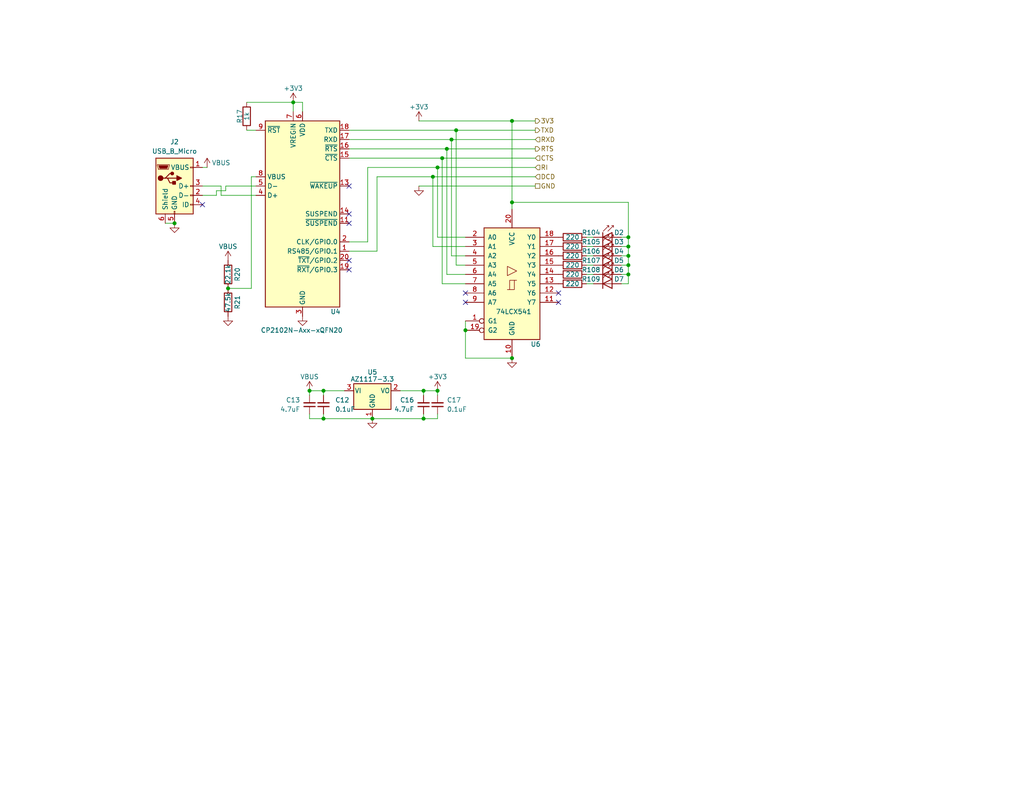
<source format=kicad_sch>
(kicad_sch (version 20230121) (generator eeschema)
  (paper "USLetter")
  (title_block (title "SkyFax") (date "2023-09-12") (rev "4.1") (company "Brian Hong") (comment 1 "@im_eningeer"))
  (lib_symbols
    (symbol "Connector:USB_B_Micro" (pin_names (offset 1.016))
      (property "Reference" "J" (at -5.08 11.43 0))
      (property "Value" "USB_B_Micro" (at -5.08 8.89 0))
      (symbol "USB_B_Micro_0_1"
        (rectangle (start -5.08 -7.62) (end 5.08 7.62) (stroke (width 0.254)) (fill (type background)))
        (circle (center -3.81 2.159) (radius 0.635) (stroke (width 0.254)) (fill (type outline)))
        (circle (center -0.635 3.429) (radius 0.381) (stroke (width 0.254)) (fill (type outline)))
        (rectangle (start -0.127 -7.62) (end 0.127 -6.858))
        (polyline (pts (xy -1.905 2.159) (xy 0.635 2.159)) (stroke (width 0.254)))
        (polyline (pts (xy -3.175 2.159) (xy -2.54 2.159) (xy -1.27 3.429) (xy -0.635 3.429)) (stroke (width 0.254)))
        (polyline (pts (xy -2.54 2.159) (xy -1.905 2.159) (xy -1.27 0.889) (xy 0 0.889)) (stroke (width 0.254)))
        (polyline (pts (xy 0.635 2.794) (xy 0.635 1.524) (xy 1.905 2.159) (xy 0.635 2.794)) (stroke (width 0.254)) (fill (type outline)))
        (polyline (pts (xy -4.318 5.588) (xy -1.778 5.588) (xy -2.032 4.826) (xy -4.064 4.826) (xy -4.318 5.588)) (fill (type outline)))
        (polyline (pts (xy -4.699 5.842) (xy -4.699 5.588) (xy -4.445 4.826) (xy -4.445 4.572) (xy -1.651 4.572) (xy -1.651 4.826) (xy -1.397 5.588) (xy -1.397 5.842) (xy -4.699 5.842)))
        (rectangle (start 0.254 1.27) (end -0.508 0.508) (stroke (width 0.254)) (fill (type outline)))
        (rectangle (start 5.08 -5.207) (end 4.318 -4.953))
        (rectangle (start 5.08 -2.667) (end 4.318 -2.413))
        (rectangle (start 5.08 -0.127) (end 4.318 0.127))
        (rectangle (start 5.08 4.953) (end 4.318 5.207))
      )
      (symbol "USB_B_Micro_1_1"
        (pin power_out line (at 7.62 5.08 180) (length 2.54) (name "VBUS") (number "1"))
        (pin bidirectional line (at 7.62 -2.54 180) (length 2.54) (name "D-") (number "2"))
        (pin bidirectional line (at 7.62 0 180) (length 2.54) (name "D+") (number "3"))
        (pin passive line (at 7.62 -5.08 180) (length 2.54) (name "ID") (number "4"))
        (pin power_out line (at 0 -10.16 90) (length 2.54) (name "GND") (number "5"))
        (pin passive line (at -2.54 -10.16 90) (length 2.54) (name "Shield") (number "6"))
      )
    )
    (symbol "Custom:LED_Generic" (pin_numbers hide) (pin_names (offset 1.016) hide)
      (property "Reference" "D" (at 0.508 1.778 0))
      (property "Value" "LED" (at -1.016 -2.794 0))
      (symbol "LED_Generic_0_1"
        (polyline (pts (xy -2.54 1.27) (xy -2.54 -1.27)) (stroke (width 0.254)))
        (polyline (pts (xy 0 0) (xy -2.54 0)))
        (polyline (pts (xy 0.381 3.175) (xy -0.127 3.175)))
        (polyline (pts (xy -1.143 1.651) (xy 0.381 3.175) (xy 0.381 2.667)))
        (polyline (pts (xy 0 -1.27) (xy -2.54 0) (xy 0 1.27) (xy 0 -1.27)) (stroke (width 0.254)))
        (polyline (pts (xy -2.413 1.651) (xy -0.889 3.175) (xy -0.889 2.667) (xy -0.889 3.175) (xy -1.397 3.175)))
      )
      (symbol "LED_Generic_1_1"
        (pin passive line (at -5.08 0 0) (length 2.54) (name "K") (number "1"))
        (pin passive line (at 2.54 0 180) (length 2.54) (name "A") (number "2"))
      )
    )
    (symbol "Device:C_Small" (pin_numbers hide) (pin_names (offset 0.254) hide)
      (property "Reference" "C" (at 0.254 1.778 0))
      (property "Value" "C_Small" (at 0.254 -2.032 0))
      (symbol "C_Small_0_1"
        (polyline (pts (xy -1.524 -0.508) (xy 1.524 -0.508)) (stroke (width 0.3302)))
        (polyline (pts (xy -1.524 0.508) (xy 1.524 0.508)) (stroke (width 0.3048)))
      )
      (symbol "C_Small_1_1"
        (pin passive line (at 0 2.54 270) (length 2.032) (name "~") (number "1"))
        (pin passive line (at 0 -2.54 90) (length 2.032) (name "~") (number "2"))
      )
    )
    (symbol "Device:R" (pin_numbers hide) (pin_names (offset 0))
      (property "Reference" "R" (at 2.032 0 90))
      (property "Value" "R" (at 0 0 90))
      (symbol "R_0_1"
        (rectangle (start -1.016 -2.54) (end 1.016 2.54) (stroke (width 0.254)))
      )
      (symbol "R_1_1"
        (pin passive line (at 0 3.81 270) (length 1.27) (name "~") (number "1"))
        (pin passive line (at 0 -3.81 90) (length 1.27) (name "~") (number "2"))
      )
    )
    (symbol "Interface_USB:CP2102N-Axx-xQFN20"
      (property "Reference" "U" (at -8.89 26.67 0))
      (property "Value" "CP2102N-Axx-xQFN20" (at 12.7 26.67 0))
      (symbol "CP2102N-Axx-xQFN20_0_1"
        (rectangle (start -10.16 25.4) (end 10.16 -25.4) (stroke (width 0.254)) (fill (type background)))
      )
      (symbol "CP2102N-Axx-xQFN20_1_1"
        (pin bidirectional line (at 12.7 -10.16 180) (length 2.54) (name "RS485/GPIO.1") (number "1"))
        (pin no_connect line (at -10.16 -22.86 0) (length 2.54) hide (name "NC") (number "10"))
        (pin output line (at 12.7 -2.54 180) (length 2.54) (name "~{SUSPEND}") (number "11"))
        (pin passive line (at 0 -27.94 90) (length 2.54) hide (name "GND") (number "12"))
        (pin input line (at 12.7 7.62 180) (length 2.54) (name "~{WAKEUP}") (number "13"))
        (pin output line (at 12.7 0 180) (length 2.54) (name "SUSPEND") (number "14"))
        (pin input line (at 12.7 15.24 180) (length 2.54) (name "~{CTS}") (number "15"))
        (pin output line (at 12.7 17.78 180) (length 2.54) (name "~{RTS}") (number "16"))
        (pin input line (at 12.7 20.32 180) (length 2.54) (name "RXD") (number "17"))
        (pin output line (at 12.7 22.86 180) (length 2.54) (name "TXD") (number "18"))
        (pin bidirectional line (at 12.7 -15.24 180) (length 2.54) (name "~{RXT}/GPIO.3") (number "19"))
        (pin bidirectional line (at 12.7 -7.62 180) (length 2.54) (name "CLK/GPIO.0") (number "2"))
        (pin bidirectional line (at 12.7 -12.7 180) (length 2.54) (name "~{TXT}/GPIO.2") (number "20"))
        (pin passive line (at 0 -27.94 90) (length 2.54) hide (name "GND") (number "21"))
        (pin power_in line (at 0 -27.94 90) (length 2.54) (name "GND") (number "3"))
        (pin bidirectional line (at -12.7 5.08 0) (length 2.54) (name "D+") (number "4"))
        (pin bidirectional line (at -12.7 7.62 0) (length 2.54) (name "D-") (number "5"))
        (pin power_in line (at 0 27.94 270) (length 2.54) (name "VDD") (number "6"))
        (pin power_in line (at -2.54 27.94 270) (length 2.54) (name "VREGIN") (number "7"))
        (pin input line (at -12.7 10.16 0) (length 2.54) (name "VBUS") (number "8"))
        (pin input line (at -12.7 22.86 0) (length 2.54) (name "~{RST}") (number "9"))
      )
    )
    (symbol "Regulator_Linear:AZ1117-3.3" (pin_names (offset 0.254))
      (property "Reference" "U" (at -3.81 3.175 0))
      (property "Value" "AZ1117-3.3" (at 0 3.175 0))
      (symbol "AZ1117-3.3_0_1"
        (rectangle (start -5.08 1.905) (end 5.08 -5.08) (stroke (width 0.254)) (fill (type background)))
      )
      (symbol "AZ1117-3.3_1_1"
        (pin power_in line (at 0 -7.62 90) (length 2.54) (name "GND") (number "1"))
        (pin power_out line (at 7.62 0 180) (length 2.54) (name "VO") (number "2"))
        (pin power_in line (at -7.62 0 0) (length 2.54) (name "VI") (number "3"))
      )
    )
    (symbol "SkyFax:74LCX541" (pin_names (offset 1.016))
      (property "Reference" "U" (at -7.62 16.51 0))
      (property "Value" "74LCX541" (at -7.62 -16.51 0))
      (symbol "74LCX541_1_0"
        (polyline (pts (xy -0.635 -1.6002) (xy -0.635 0.9398) (xy 0.635 0.9398)))
        (polyline (pts (xy -1.27 -1.6002) (xy 0.635 -1.6002) (xy 0.635 0.9398) (xy 1.27 0.9398)))
        (polyline (pts (xy 1.27 3.4798) (xy -1.27 4.7498) (xy -1.27 2.2098) (xy 1.27 3.4798)) (stroke (width 0.1524)))
        (pin input inverted (at -12.7 -10.16 0) (length 5.08) (name "G1") (number "1"))
        (pin power_in line (at 0 -20.32 90) (length 5.08) (name "GND") (number "10"))
        (pin tri_state line (at 12.7 -5.08 180) (length 5.08) (name "Y7") (number "11"))
        (pin tri_state line (at 12.7 -2.54 180) (length 5.08) (name "Y6") (number "12"))
        (pin tri_state line (at 12.7 0 180) (length 5.08) (name "Y5") (number "13"))
        (pin tri_state line (at 12.7 2.54 180) (length 5.08) (name "Y4") (number "14"))
        (pin tri_state line (at 12.7 5.08 180) (length 5.08) (name "Y3") (number "15"))
        (pin tri_state line (at 12.7 7.62 180) (length 5.08) (name "Y2") (number "16"))
        (pin tri_state line (at 12.7 10.16 180) (length 5.08) (name "Y1") (number "17"))
        (pin tri_state line (at 12.7 12.7 180) (length 5.08) (name "Y0") (number "18"))
        (pin input inverted (at -12.7 -12.7 0) (length 5.08) (name "G2") (number "19"))
        (pin input line (at -12.7 12.7 0) (length 5.08) (name "A0") (number "2"))
        (pin power_in line (at 0 20.32 270) (length 5.08) (name "VCC") (number "20"))
        (pin input line (at -12.7 10.16 0) (length 5.08) (name "A1") (number "3"))
        (pin input line (at -12.7 7.62 0) (length 5.08) (name "A2") (number "4"))
        (pin input line (at -12.7 5.08 0) (length 5.08) (name "A3") (number "5"))
        (pin input line (at -12.7 2.54 0) (length 5.08) (name "A4") (number "6"))
        (pin input line (at -12.7 0 0) (length 5.08) (name "A5") (number "7"))
        (pin input line (at -12.7 -2.54 0) (length 5.08) (name "A6") (number "8"))
        (pin input line (at -12.7 -5.08 0) (length 5.08) (name "A7") (number "9"))
      )
      (symbol "74LCX541_1_1"
        (rectangle (start -7.62 15.24) (end 7.62 -15.24) (stroke (width 0.254)) (fill (type background)))
      )
    )
    (symbol "power:+3V3" (power) (pin_names (offset 0))
      (property "Value" "+3V3" (at 0 3.556 0))
      (symbol "+3V3_0_1"
        (polyline (pts (xy -0.762 1.27) (xy 0 2.54)))
        (polyline (pts (xy 0 0) (xy 0 2.54)))
        (polyline (pts (xy 0 2.54) (xy 0.762 1.27)))
      )
      (symbol "+3V3_1_1"
        (pin power_in line (at 0 0 90) (length 0) hide (name "+3V3") (number "1"))
      )
    )
    (symbol "power:GND" (power) (pin_names (offset 0))
      (property "Value" "GND" (at 0 -3.81 0))
      (symbol "GND_0_1"
        (polyline (pts (xy 0 0) (xy 0 -1.27) (xy 1.27 -1.27) (xy 0 -2.54) (xy -1.27 -1.27) (xy 0 -1.27)))
      )
      (symbol "GND_1_1"
        (pin power_in line (at 0 0 270) (length 0) hide (name "GND") (number "1"))
      )
    )
    (symbol "power:VBUS" (power) (pin_names (offset 0))
      (property "Value" "VBUS" (at 0 3.81 0))
      (symbol "VBUS_0_1"
        (polyline (pts (xy -0.762 1.27) (xy 0 2.54)))
        (polyline (pts (xy 0 0) (xy 0 2.54)))
        (polyline (pts (xy 0 2.54) (xy 0.762 1.27)))
      )
      (symbol "VBUS_1_1"
        (pin power_in line (at 0 0 90) (length 0) hide (name "VBUS") (number "1"))
      )
    )
  )
  (junction (at 84.455 106.68))
  (junction (at 115.57 106.68))
  (junction (at 171.45 69.85))
  (junction (at 119.38 106.68))
  (junction (at 118.11 48.26))
  (junction (at 139.7 55.245))
  (junction (at 80.01 27.94))
  (junction (at 171.45 67.31))
  (junction (at 124.46 35.56))
  (junction (at 171.45 64.77))
  (junction (at 120.65 43.18))
  (junction (at 171.45 72.39))
  (junction (at 115.57 114.3))
  (junction (at 139.7 33.02))
  (junction (at 88.265 114.3))
  (junction (at 119.38 45.72))
  (junction (at 88.265 106.68))
  (junction (at 139.7 97.79))
  (junction (at 47.625 60.96))
  (junction (at 62.23 78.74))
  (junction (at 123.19 38.1))
  (junction (at 101.6 114.3))
  (junction (at 171.45 74.93))
  (junction (at 121.92 40.64))
  (junction (at 127 90.17))
  (no_connect (at 95.25 73.66))
  (no_connect (at 127 82.55))
  (no_connect (at 152.4 82.55))
  (no_connect (at 95.25 58.42))
  (no_connect (at 95.25 71.12))
  (no_connect (at 95.25 60.96))
  (no_connect (at 55.245 55.88))
  (no_connect (at 95.25 50.8))
  (no_connect (at 127 80.01))
  (no_connect (at 152.4 80.01))
  (wire (pts (xy 171.45 67.31) (xy 171.45 64.77)))
  (wire (pts (xy 127 69.85) (xy 123.19 69.85)))
  (wire (pts (xy 100.33 66.04) (xy 100.33 45.72)))
  (wire (pts (xy 60.325 53.34) (xy 69.85 53.34)))
  (wire (pts (xy 160.02 72.39) (xy 161.925 72.39)))
  (wire (pts (xy 146.05 40.64) (xy 121.92 40.64)))
  (wire (pts (xy 115.57 113.03) (xy 115.57 114.3)))
  (wire (pts (xy 59.055 52.07) (xy 61.595 52.07)))
  (wire (pts (xy 169.545 77.47) (xy 171.45 77.47)))
  (wire (pts (xy 95.25 35.56) (xy 124.46 35.56)))
  (wire (pts (xy 169.545 72.39) (xy 171.45 72.39)))
  (wire (pts (xy 146.05 43.18) (xy 120.65 43.18)))
  (wire (pts (xy 84.455 113.03) (xy 84.455 114.3)))
  (wire (pts (xy 119.38 64.77) (xy 119.38 45.72)))
  (wire (pts (xy 169.545 69.85) (xy 171.45 69.85)))
  (wire (pts (xy 118.11 67.31) (xy 127 67.31)))
  (wire (pts (xy 88.265 106.68) (xy 93.98 106.68)))
  (wire (pts (xy 61.595 52.07) (xy 61.595 50.8)))
  (wire (pts (xy 82.55 27.94) (xy 82.55 30.48)))
  (wire (pts (xy 124.46 72.39) (xy 127 72.39)))
  (wire (pts (xy 160.02 69.85) (xy 161.925 69.85)))
  (wire (pts (xy 67.31 27.94) (xy 80.01 27.94)))
  (wire (pts (xy 171.45 77.47) (xy 171.45 74.93)))
  (wire (pts (xy 171.45 64.77) (xy 171.45 55.245)))
  (wire (pts (xy 127 90.17) (xy 127 97.79)))
  (wire (pts (xy 127 77.47) (xy 120.65 77.47)))
  (wire (pts (xy 121.92 40.64) (xy 121.92 74.93)))
  (wire (pts (xy 95.25 66.04) (xy 100.33 66.04)))
  (wire (pts (xy 119.38 114.3) (xy 119.38 113.03)))
  (wire (pts (xy 62.23 78.74) (xy 68.58 78.74)))
  (wire (pts (xy 171.45 55.245) (xy 139.7 55.245)))
  (wire (pts (xy 102.87 68.58) (xy 95.25 68.58)))
  (wire (pts (xy 139.7 33.02) (xy 114.3 33.02)))
  (wire (pts (xy 120.65 43.18) (xy 120.65 77.47)))
  (wire (pts (xy 45.085 60.96) (xy 47.625 60.96)))
  (wire (pts (xy 102.87 48.26) (xy 118.11 48.26)))
  (wire (pts (xy 139.7 55.245) (xy 139.7 57.15)))
  (wire (pts (xy 160.02 64.77) (xy 161.925 64.77)))
  (wire (pts (xy 61.595 50.8) (xy 69.85 50.8)))
  (wire (pts (xy 124.46 35.56) (xy 124.46 72.39)))
  (wire (pts (xy 118.11 48.26) (xy 118.11 67.31)))
  (wire (pts (xy 60.325 50.8) (xy 60.325 53.34)))
  (wire (pts (xy 139.7 33.02) (xy 139.7 55.245)))
  (wire (pts (xy 127 97.79) (xy 139.7 97.79)))
  (wire (pts (xy 101.6 114.3) (xy 115.57 114.3)))
  (wire (pts (xy 124.46 35.56) (xy 146.05 35.56)))
  (wire (pts (xy 55.245 53.34) (xy 59.055 53.34)))
  (wire (pts (xy 146.05 45.72) (xy 119.38 45.72)))
  (wire (pts (xy 100.33 45.72) (xy 119.38 45.72)))
  (wire (pts (xy 123.19 38.1) (xy 123.19 69.85)))
  (wire (pts (xy 160.02 67.31) (xy 161.925 67.31)))
  (wire (pts (xy 169.545 67.31) (xy 171.45 67.31)))
  (wire (pts (xy 67.31 35.56) (xy 69.85 35.56)))
  (wire (pts (xy 115.57 106.68) (xy 119.38 106.68)))
  (wire (pts (xy 123.19 38.1) (xy 146.05 38.1)))
  (wire (pts (xy 127 87.63) (xy 127 90.17)))
  (wire (pts (xy 115.57 107.95) (xy 115.57 106.68)))
  (wire (pts (xy 169.545 74.93) (xy 171.45 74.93)))
  (wire (pts (xy 80.01 27.94) (xy 80.01 30.48)))
  (wire (pts (xy 80.01 27.94) (xy 82.55 27.94)))
  (wire (pts (xy 146.05 50.8) (xy 114.3 50.8)))
  (wire (pts (xy 115.57 114.3) (xy 119.38 114.3)))
  (wire (pts (xy 68.58 48.26) (xy 69.85 48.26)))
  (wire (pts (xy 95.25 43.18) (xy 120.65 43.18)))
  (wire (pts (xy 84.455 114.3) (xy 88.265 114.3)))
  (wire (pts (xy 171.45 69.85) (xy 171.45 67.31)))
  (wire (pts (xy 121.92 74.93) (xy 127 74.93)))
  (wire (pts (xy 68.58 78.74) (xy 68.58 48.26)))
  (wire (pts (xy 119.38 107.95) (xy 119.38 106.68)))
  (wire (pts (xy 84.455 107.95) (xy 84.455 106.68)))
  (wire (pts (xy 169.545 64.77) (xy 171.45 64.77)))
  (wire (pts (xy 171.45 74.93) (xy 171.45 72.39)))
  (wire (pts (xy 88.265 107.95) (xy 88.265 106.68)))
  (wire (pts (xy 95.25 38.1) (xy 123.19 38.1)))
  (wire (pts (xy 84.455 106.68) (xy 88.265 106.68)))
  (wire (pts (xy 160.02 74.93) (xy 161.925 74.93)))
  (wire (pts (xy 95.25 40.64) (xy 121.92 40.64)))
  (wire (pts (xy 88.265 114.3) (xy 101.6 114.3)))
  (wire (pts (xy 88.265 113.03) (xy 88.265 114.3)))
  (wire (pts (xy 119.38 64.77) (xy 127 64.77)))
  (wire (pts (xy 56.515 45.72) (xy 55.245 45.72)))
  (wire (pts (xy 146.05 33.02) (xy 139.7 33.02)))
  (wire (pts (xy 146.05 48.26) (xy 118.11 48.26)))
  (wire (pts (xy 102.87 48.26) (xy 102.87 68.58)))
  (wire (pts (xy 55.245 50.8) (xy 60.325 50.8)))
  (wire (pts (xy 171.45 72.39) (xy 171.45 69.85)))
  (wire (pts (xy 59.055 53.34) (xy 59.055 52.07)))
  (wire (pts (xy 109.22 106.68) (xy 115.57 106.68)))
  (wire (pts (xy 160.02 77.47) (xy 161.925 77.47)))
  (hierarchical_label "CTS" (shape input) (at 146.05 43.18 0))
  (hierarchical_label "RTS" (shape output) (at 146.05 40.64 0))
  (hierarchical_label "RXD" (shape input) (at 146.05 38.1 0))
  (hierarchical_label "3V3" (shape output) (at 146.05 33.02 0))
  (hierarchical_label "TXD" (shape output) (at 146.05 35.56 0))
  (hierarchical_label "DCD" (shape input) (at 146.05 48.26 0))
  (hierarchical_label "RI" (shape input) (at 146.05 45.72 0))
  (hierarchical_label "GND" (shape passive) (at 146.05 50.8 0))
  (symbol (lib_id "Device:R") (at 62.23 74.93 0) (mirror y) (unit 1)
    (property "Reference" "R20" (at 64.77 74.93 90))
    (property "Value" "22.1k" (at 62.23 74.93 90))
    (property "Footprint" "Resistor_SMD:R_0402_1005Metric" (effects hide))
    (property "DIGIKEY" "311-22.1KLRCT-ND" (effects hide))
    (instances (project "SkyFax" (path "" (reference "R20") (unit 1)) (path "" (reference "R102") (unit 1))))
  )
  (symbol (lib_id "Device:C_Small") (at 119.38 110.49 180) (unit 1)
    (property "Reference" "C17" (at 121.92 109.2136 0) (effects (justify right)))
    (property "Value" "0.1uF" (at 121.92 111.7536 0) (effects (justify right)))
    (property "Footprint" "Capacitor_SMD:C_0603_1608Metric" (effects hide))
    (property "DIGIKEY" "2679-C0603X7R160-104MNE-CT-ND" (effects hide))
    (instances (project "SkyFax" (path "" (reference "C17") (unit 1)) (path "" (reference "C104") (unit 1))))
  )
  (symbol (lib_id "SkyFax:74LCX541") (at 139.7 77.47 0) (unit 1)
    (property "Reference" "U6" (at 144.78 93.98 0) (effects (justify left)))
    (property "Value" "74LCX541" (at 135.255 85.09 0) (effects (justify left)))
    (property "Footprint" "Package_SO:SOIC-20W_7.5x12.8mm_P1.27mm" (effects hide))
    (property "Datasheet" "https://www.onsemi.com/pdf/datasheet/74lcx541-d.pdf" (effects hide))
    (property "DIGIKEY" "74LCX541WMXCT-ND" (effects hide))
  )
  (symbol (lib_id "Device:C_Small") (at 84.455 110.49 0) (mirror x) (unit 1)
    (property "Reference" "C13" (at 81.915 109.2136 0) (effects (justify right)))
    (property "Value" "4.7uF" (at 81.915 111.7536 0) (effects (justify right)))
    (property "Footprint" "Capacitor_SMD:C_0402_1005Metric" (effects hide))
    (property "DIGIKEY" "1276-1482-1-ND" (effects hide))
    (instances (project "SkyFax" (path "" (reference "C13") (unit 1)) (path "" (reference "C101") (unit 1))))
  )
  (symbol (lib_id "Device:C_Small") (at 88.265 110.49 180) (unit 1)
    (property "Reference" "C12" (at 91.44 109.2136 0) (effects (justify right)))
    (property "Value" "0.1uF" (at 91.44 111.7536 0) (effects (justify right)))
    (property "Footprint" "Capacitor_SMD:C_0603_1608Metric" (effects hide))
    (property "DIGIKEY" "2679-C0603X7R160-104MNE-CT-ND" (effects hide))
    (instances (project "SkyFax" (path "" (reference "C12") (unit 1)) (path "" (reference "C102") (unit 1))))
  )
  (symbol (lib_id "power:VBUS") (at 62.23 71.12 0) (unit 1)
    (property "Reference" "#PWR027" (effects hide))
    (property "Value" "VBUS" (at 62.23 67.31 0))
    (instances (project "SkyFax" (path "" (reference "#PWR027") (unit 1)) (path "" (reference "#PWR017") (unit 1))))
  )
  (symbol (lib_id "Connector:USB_B_Micro") (at 47.625 50.8 0) (unit 1)
    (property "Reference" "J2" (at 47.625 38.735 0))
    (property "Value" "USB_B_Micro" (at 47.625 41.275 0))
    (property "Footprint" "Connector_USB:USB_Micro-B_Amphenol_10118193-0001LF_Horizontal" (effects hide))
    (property "DIGIKEY" "609-4616-1-ND" (effects hide))
    (instances (project "SkyFax" (path "" (reference "J2") (unit 1)) (path "" (reference "J3") (unit 1))))
  )
  (symbol (lib_id "power:GND") (at 114.3 50.8 0) (unit 1)
    (property "Reference" "#PWR028" (effects hide))
    (property "Value" "GND" (effects hide))
    (instances (project "SkyFax" (path "" (reference "#PWR028") (unit 1)) (path "" (reference "#PWR019") (unit 1))))
  )
  (symbol (lib_id "Device:R") (at 156.21 64.77 90) (unit 1)
    (property "Reference" "R104" (at 161.29 63.5 90))
    (property "Value" "220" (at 156.21 64.77 90))
    (property "Footprint" "LED_SMD:LED_0603_1608Metric" (effects hide))
    (property "DIGIKEY" "A130087CT-ND" (effects hide))
  )
  (symbol (lib_id "Custom:LED_Generic") (at 167.005 77.47 0) (unit 1)
    (property "Reference" "D7" (at 168.91 76.2 0))
    (property "Value" "LED" (effects hide))
    (property "Footprint" "LED_SMD:LED_0805_2012Metric" (effects hide))
    (property "DIGIKEY" "160-1427-1-ND" (effects hide))
  )
  (symbol (lib_id "power:GND") (at 139.7 97.79 0) (unit 1)
    (property "Reference" "#PWR028" (effects hide))
    (property "Value" "GND" (effects hide))
    (instances (project "SkyFax" (path "" (reference "#PWR028") (unit 1)) (path "" (reference "#PWR021") (unit 1))))
  )
  (symbol (lib_id "power:GND") (at 62.23 86.36 0) (unit 1)
    (property "Reference" "#PWR028" (effects hide))
    (property "Value" "GND" (effects hide))
    (instances (project "SkyFax" (path "" (reference "#PWR028") (unit 1)) (path "" (reference "#PWR018") (unit 1))))
  )
  (symbol (lib_id "power:+3V3") (at 80.01 27.94 0) (unit 1)
    (property "Reference" "#PWR017" (effects hide))
    (property "Value" "+3V3" (at 80.01 24.13 0))
    (instances (project "SkyFax" (path "" (reference "#PWR017") (unit 1)) (path "" (reference "#PWR010") (unit 1))))
  )
  (symbol (lib_id "power:GND") (at 101.6 114.3 0) (unit 1)
    (property "Reference" "#PWR019" (effects hide))
    (property "Value" "GND" (effects hide))
    (instances (project "SkyFax" (path "" (reference "#PWR019") (unit 1)) (path "" (reference "#PWR016") (unit 1))))
  )
  (symbol (lib_id "Device:C_Small") (at 115.57 110.49 0) (mirror x) (unit 1)
    (property "Reference" "C16" (at 113.03 109.2136 0) (effects (justify right)))
    (property "Value" "4.7uF" (at 113.03 111.7536 0) (effects (justify right)))
    (property "Footprint" "Capacitor_SMD:C_0402_1005Metric" (effects hide))
    (property "DIGIKEY" "1276-1482-1-ND" (effects hide))
    (instances (project "SkyFax" (path "" (reference "C16") (unit 1)) (path "" (reference "C103") (unit 1))))
  )
  (symbol (lib_id "power:GND") (at 47.625 60.96 0) (unit 1)
    (property "Reference" "#PWR018" (effects hide))
    (property "Value" "GND" (effects hide))
    (instances (project "SkyFax" (path "" (reference "#PWR018") (unit 1)) (path "" (reference "#PWR025") (unit 1))))
  )
  (symbol (lib_id "Device:R") (at 156.21 74.93 90) (unit 1)
    (property "Reference" "R108" (at 161.29 73.66 90))
    (property "Value" "220" (at 156.21 74.93 90))
    (property "Footprint" "LED_SMD:LED_0603_1608Metric" (effects hide))
    (property "DIGIKEY" "A130087CT-ND" (effects hide))
  )
  (symbol (lib_id "power:GND") (at 82.55 86.36 0) (unit 1)
    (property "Reference" "#PWR026" (effects hide))
    (property "Value" "GND" (effects hide))
    (instances (project "SkyFax" (path "" (reference "#PWR026") (unit 1)) (path "" (reference "#PWR09") (unit 1))))
  )
  (symbol (lib_id "Device:R") (at 67.31 31.75 0) (unit 1)
    (property "Reference" "R17" (at 65.405 31.75 90))
    (property "Value" "1k" (at 67.31 31.75 90))
    (property "Footprint" "Resistor_SMD:R_0402_1005Metric" (effects hide))
    (property "DIGIKEY" "311-1.0KJRCT-ND" (effects hide))
    (instances (project "SkyFax" (path "" (reference "R17") (unit 1)) (path "" (reference "R101") (unit 1))))
  )
  (symbol (lib_id "Regulator_Linear:AZ1117-3.3") (at 101.6 106.68 0) (unit 1)
    (property "Reference" "U5" (at 101.6 101.6 0))
    (property "Value" "AZ1117-3.3" (at 101.6 103.505 0))
    (property "Footprint" "Package_TO_SOT_SMD:SOT-223-3_TabPin2" (effects hide))
    (property "Datasheet" "https://www.diodes.com/assets/Datasheets/AZ1117.pdf" (effects hide))
    (property "DIGIKEY" "AZ1117IH-3.3TRG1DICT-ND" (effects hide))
  )
  (symbol (lib_id "Device:R") (at 156.21 77.47 90) (unit 1)
    (property "Reference" "R109" (at 161.29 76.2 90))
    (property "Value" "220" (at 156.21 77.47 90))
    (property "Footprint" "LED_SMD:LED_0603_1608Metric" (effects hide))
    (property "DIGIKEY" "A130087CT-ND" (effects hide))
  )
  (symbol (lib_id "Device:R") (at 156.21 72.39 90) (unit 1)
    (property "Reference" "R107" (at 161.29 71.12 90))
    (property "Value" "220" (at 156.21 72.39 90))
    (property "Footprint" "LED_SMD:LED_0603_1608Metric" (effects hide))
    (property "DIGIKEY" "A130087CT-ND" (effects hide))
  )
  (symbol (lib_id "Custom:LED_Generic") (at 167.005 67.31 0) (unit 1)
    (property "Reference" "D3" (at 168.91 66.04 0))
    (property "Value" "LED" (effects hide))
    (property "Footprint" "LED_SMD:LED_0805_2012Metric" (effects hide))
    (property "DIGIKEY" "160-1427-1-ND" (effects hide))
  )
  (symbol (lib_id "Device:R") (at 156.21 67.31 90) (unit 1)
    (property "Reference" "R105" (at 161.29 66.04 90))
    (property "Value" "220" (at 156.21 67.31 90))
    (property "Footprint" "LED_SMD:LED_0603_1608Metric" (effects hide))
    (property "DIGIKEY" "A130087CT-ND" (effects hide))
  )
  (symbol (lib_id "Interface_USB:CP2102N-Axx-xQFN20") (at 82.55 58.42 0) (unit 1)
    (property "Reference" "U4" (at 90.17 85.09 0) (effects (justify left)))
    (property "Value" "CP2102N-Axx-xQFN20" (at 71.12 90.17 0) (effects (justify left)))
    (property "Footprint" "Package_DFN_QFN:SiliconLabs_QFN-20-1EP_3x3mm_P0.5mm_EP1.8x1.8mm" (effects hide))
    (property "Datasheet" "https://www.silabs.com/documents/public/data-sheets/cp2102n-datasheet.pdf" (effects hide))
    (property "DIGIKEY" "336-5886-1-ND" (effects hide))
    (instances (project "SkyFax" (path "" (reference "U4") (unit 1)) (path "" (reference "U3") (unit 1))))
  )
  (symbol (lib_id "power:+3V3") (at 114.3 33.02 0) (unit 1)
    (property "Reference" "#PWR017" (effects hide))
    (property "Value" "+3V3" (at 114.3 29.21 0))
    (instances (project "SkyFax" (path "" (reference "#PWR017") (unit 1)) (path "" (reference "#PWR013") (unit 1))))
  )
  (symbol (lib_id "Device:R") (at 62.23 82.55 0) (mirror y) (unit 1)
    (property "Reference" "R21" (at 64.77 82.55 90))
    (property "Value" "47.5k" (at 62.23 82.55 90))
    (property "Footprint" "Resistor_SMD:R_0402_1005Metric" (effects hide))
    (property "DIGIKEY" "311-47.5KLRCT-ND" (effects hide))
    (instances (project "SkyFax" (path "" (reference "R21") (unit 1)) (path "" (reference "R103") (unit 1))))
  )
  (symbol (lib_id "power:VBUS") (at 84.455 106.68 0) (mirror y) (unit 1)
    (property "Reference" "#PWR016" (effects hide))
    (property "Value" "VBUS" (at 84.455 102.87 0))
    (instances (project "SkyFax" (path "" (reference "#PWR016") (unit 1)) (path "" (reference "#PWR020") (unit 1))))
  )
  (symbol (lib_id "power:+3V3") (at 119.38 106.68 0) (unit 1)
    (property "Reference" "#PWR017" (effects hide))
    (property "Value" "+3V3" (at 119.38 102.87 0))
    (instances (project "SkyFax" (path "" (reference "#PWR017") (unit 1)) (path "" (reference "#PWR022") (unit 1))))
  )
  (symbol (lib_id "Custom:LED_Generic") (at 167.005 72.39 0) (unit 1)
    (property "Reference" "D5" (at 168.91 71.12 0))
    (property "Value" "LED" (effects hide))
    (property "Footprint" "LED_SMD:LED_0805_2012Metric" (effects hide))
    (property "DIGIKEY" "160-1427-1-ND" (effects hide))
  )
  (symbol (lib_id "Custom:LED_Generic") (at 167.005 74.93 0) (unit 1)
    (property "Reference" "D6" (at 168.91 73.66 0))
    (property "Value" "LED" (effects hide))
    (property "Footprint" "LED_SMD:LED_0805_2012Metric" (effects hide))
    (property "DIGIKEY" "160-1427-1-ND" (effects hide))
  )
  (symbol (lib_id "Device:R") (at 156.21 69.85 90) (unit 1)
    (property "Reference" "R106" (at 161.29 68.58 90))
    (property "Value" "220" (at 156.21 69.85 90))
    (property "Footprint" "LED_SMD:LED_0603_1608Metric" (effects hide))
    (property "DIGIKEY" "A130087CT-ND" (effects hide))
  )
  (symbol (lib_id "Custom:LED_Generic") (at 167.005 64.77 0) (unit 1)
    (property "Reference" "D2" (at 168.91 63.5 0))
    (property "Value" "LED" (effects hide))
    (property "Footprint" "LED_SMD:LED_0805_2012Metric" (effects hide))
    (property "DIGIKEY" "160-1427-1-ND" (effects hide))
  )
  (symbol (lib_id "Custom:LED_Generic") (at 167.005 69.85 0) (unit 1)
    (property "Reference" "D4" (at 168.91 68.58 0))
    (property "Value" "LED" (effects hide))
    (property "Footprint" "LED_SMD:LED_0805_2012Metric" (effects hide))
    (property "DIGIKEY" "160-1427-1-ND" (effects hide))
  )
  (symbol (lib_id "power:VBUS") (at 56.515 45.72 0) (unit 1)
    (property "Reference" "#PWR023" (effects hide))
    (property "Value" "VBUS" (at 60.325 44.45 0))
    (instances (project "SkyFax" (path "" (reference "#PWR023") (unit 1)) (path "" (reference "#PWR026") (unit 1))))
  )
)
</source>
